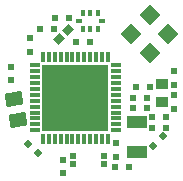
<source format=gtp>
G04*
G04 #@! TF.GenerationSoftware,Altium Limited,Altium Designer,20.0.13 (296)*
G04*
G04 Layer_Color=8421504*
%FSLAX25Y25*%
%MOIN*%
G70*
G01*
G75*
%ADD15R,0.22441X0.22441*%
%ADD16R,0.01181X0.03347*%
%ADD17R,0.03347X0.01181*%
G04:AMPARAMS|DCode=18|XSize=57.09mil|YSize=45.28mil|CornerRadius=0mil|HoleSize=0mil|Usage=FLASHONLY|Rotation=190.000|XOffset=0mil|YOffset=0mil|HoleType=Round|Shape=Rectangle|*
%AMROTATEDRECTD18*
4,1,4,0.02418,0.02725,0.03204,-0.01734,-0.02418,-0.02725,-0.03204,0.01734,0.02418,0.02725,0.0*
%
%ADD18ROTATEDRECTD18*%

%ADD19R,0.03937X0.03543*%
G04:AMPARAMS|DCode=20|XSize=29.53mil|YSize=23.62mil|CornerRadius=0mil|HoleSize=0mil|Usage=FLASHONLY|Rotation=45.000|XOffset=0mil|YOffset=0mil|HoleType=Round|Shape=Rectangle|*
%AMROTATEDRECTD20*
4,1,4,-0.00209,-0.01879,-0.01879,-0.00209,0.00209,0.01879,0.01879,0.00209,-0.00209,-0.01879,0.0*
%
%ADD20ROTATEDRECTD20*%

%ADD21R,0.02165X0.02165*%
%ADD22R,0.07087X0.03937*%
%ADD23R,0.02165X0.02165*%
%ADD24P,0.06960X4X90.0*%
%ADD25R,0.01575X0.02362*%
%ADD26R,0.02362X0.01575*%
%ADD27P,0.03062X4X180.0*%
%ADD28P,0.03062X4X90.0*%
D15*
X25000Y28417D02*
D03*
D16*
X35827Y14835D02*
D03*
X33858D02*
D03*
X31890D02*
D03*
X29921D02*
D03*
X27953D02*
D03*
X25984D02*
D03*
X24016D02*
D03*
X22047D02*
D03*
X20079D02*
D03*
X18110D02*
D03*
X16142D02*
D03*
X14173D02*
D03*
Y42000D02*
D03*
X16142D02*
D03*
X18110D02*
D03*
X20079D02*
D03*
X22047D02*
D03*
X24016D02*
D03*
X25984D02*
D03*
X27953D02*
D03*
X29921D02*
D03*
X31890D02*
D03*
X33858D02*
D03*
X35827D02*
D03*
D17*
X11417Y17591D02*
D03*
Y19559D02*
D03*
Y21528D02*
D03*
Y23496D02*
D03*
Y25465D02*
D03*
Y27433D02*
D03*
Y29402D02*
D03*
Y31370D02*
D03*
Y33339D02*
D03*
Y35307D02*
D03*
Y37276D02*
D03*
Y39244D02*
D03*
X38583D02*
D03*
Y37276D02*
D03*
Y35307D02*
D03*
Y33339D02*
D03*
Y31370D02*
D03*
Y29402D02*
D03*
Y27433D02*
D03*
Y25465D02*
D03*
Y23496D02*
D03*
Y21528D02*
D03*
Y19559D02*
D03*
Y17591D02*
D03*
D18*
X5770Y21011D02*
D03*
X4540Y27990D02*
D03*
D19*
X54000Y26850D02*
D03*
Y33150D02*
D03*
D20*
X19469Y47969D02*
D03*
X22531Y51031D02*
D03*
D21*
X24268Y9176D02*
D03*
Y6224D02*
D03*
X34701D02*
D03*
Y9176D02*
D03*
X44200Y28500D02*
D03*
X48800D02*
D03*
Y25000D02*
D03*
X44200D02*
D03*
X55300Y22000D02*
D03*
X50700D02*
D03*
X42800Y5500D02*
D03*
X38200D02*
D03*
X49800Y32000D02*
D03*
X45200D02*
D03*
X29800Y47000D02*
D03*
X25200D02*
D03*
X55300Y18500D02*
D03*
X50700D02*
D03*
X13200Y51500D02*
D03*
X17800D02*
D03*
X22800Y55000D02*
D03*
X18200D02*
D03*
D22*
X45400Y20321D02*
D03*
Y10479D02*
D03*
D23*
X58000Y29300D02*
D03*
Y24700D02*
D03*
X21000Y7800D02*
D03*
Y3200D02*
D03*
X10000Y43700D02*
D03*
Y48300D02*
D03*
X38500Y8700D02*
D03*
Y13300D02*
D03*
X58000Y32700D02*
D03*
Y37300D02*
D03*
X3500Y38800D02*
D03*
Y34200D02*
D03*
D24*
X49755Y56009D02*
D03*
X43491Y49745D02*
D03*
X56018D02*
D03*
X49755Y43482D02*
D03*
D25*
X27441Y56697D02*
D03*
X30000D02*
D03*
X32559D02*
D03*
X27441Y51303D02*
D03*
X30000D02*
D03*
X32559D02*
D03*
D26*
X33937Y54000D02*
D03*
X26063D02*
D03*
D27*
X9374Y13126D02*
D03*
X12626Y9874D02*
D03*
D28*
X54126Y15626D02*
D03*
X50874Y12374D02*
D03*
M02*

</source>
